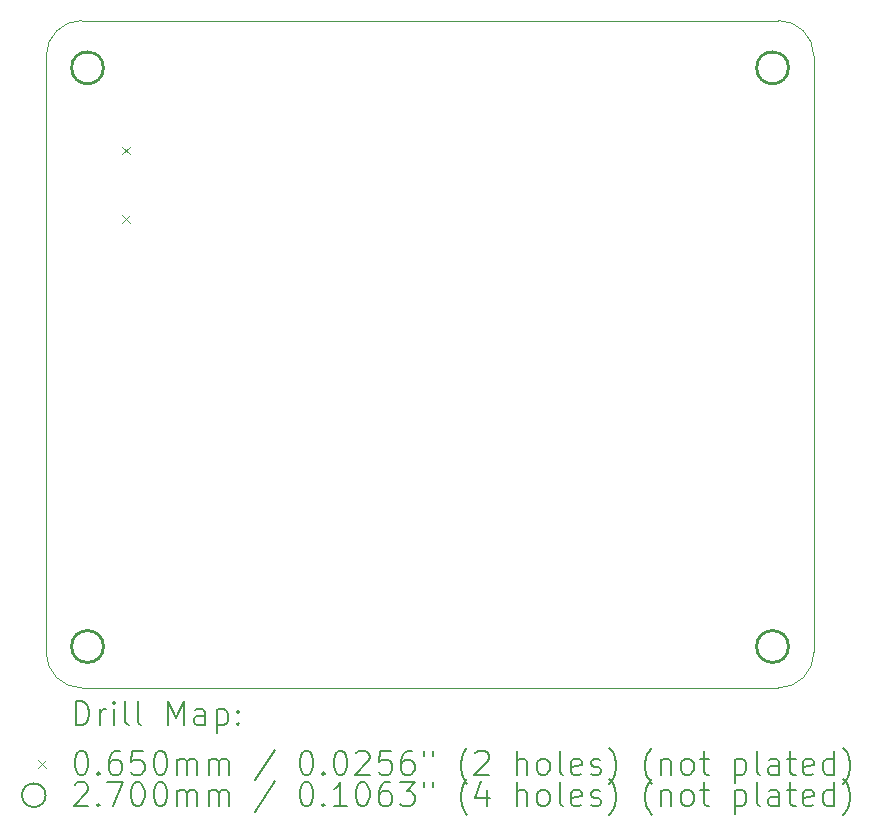
<source format=gbr>
%FSLAX45Y45*%
G04 Gerber Fmt 4.5, Leading zero omitted, Abs format (unit mm)*
G04 Created by KiCad (PCBNEW (6.0.6)) date 2022-09-28 22:45:17*
%MOMM*%
%LPD*%
G01*
G04 APERTURE LIST*
%TA.AperFunction,Profile*%
%ADD10C,0.100000*%
%TD*%
%ADD11C,0.200000*%
%ADD12C,0.065000*%
%ADD13C,0.270000*%
G04 APERTURE END LIST*
D10*
X16200000Y-4350000D02*
X10300000Y-4350000D01*
X10000000Y-9700000D02*
G75*
G03*
X10300000Y-10000000I300000J0D01*
G01*
X16500000Y-9700000D02*
X16500000Y-4650000D01*
X10300000Y-4350000D02*
G75*
G03*
X10000000Y-4650000I0J-300000D01*
G01*
X10000000Y-4650000D02*
X10000000Y-9700000D01*
X16200000Y-10000000D02*
G75*
G03*
X16500000Y-9700000I0J300000D01*
G01*
X16500000Y-4650000D02*
G75*
G03*
X16200000Y-4350000I-300000J0D01*
G01*
X10300000Y-10000000D02*
X16200000Y-10000000D01*
D11*
D12*
X10641500Y-5418900D02*
X10706500Y-5483900D01*
X10706500Y-5418900D02*
X10641500Y-5483900D01*
X10641500Y-5996900D02*
X10706500Y-6061900D01*
X10706500Y-5996900D02*
X10641500Y-6061900D01*
D13*
X10485000Y-4750000D02*
G75*
G03*
X10485000Y-4750000I-135000J0D01*
G01*
X10485000Y-9650000D02*
G75*
G03*
X10485000Y-9650000I-135000J0D01*
G01*
X16285000Y-4750000D02*
G75*
G03*
X16285000Y-4750000I-135000J0D01*
G01*
X16285000Y-9650000D02*
G75*
G03*
X16285000Y-9650000I-135000J0D01*
G01*
D11*
X10252619Y-10315476D02*
X10252619Y-10115476D01*
X10300238Y-10115476D01*
X10328810Y-10125000D01*
X10347857Y-10144048D01*
X10357381Y-10163095D01*
X10366905Y-10201190D01*
X10366905Y-10229762D01*
X10357381Y-10267857D01*
X10347857Y-10286905D01*
X10328810Y-10305952D01*
X10300238Y-10315476D01*
X10252619Y-10315476D01*
X10452619Y-10315476D02*
X10452619Y-10182143D01*
X10452619Y-10220238D02*
X10462143Y-10201190D01*
X10471667Y-10191667D01*
X10490714Y-10182143D01*
X10509762Y-10182143D01*
X10576429Y-10315476D02*
X10576429Y-10182143D01*
X10576429Y-10115476D02*
X10566905Y-10125000D01*
X10576429Y-10134524D01*
X10585952Y-10125000D01*
X10576429Y-10115476D01*
X10576429Y-10134524D01*
X10700238Y-10315476D02*
X10681190Y-10305952D01*
X10671667Y-10286905D01*
X10671667Y-10115476D01*
X10805000Y-10315476D02*
X10785952Y-10305952D01*
X10776429Y-10286905D01*
X10776429Y-10115476D01*
X11033571Y-10315476D02*
X11033571Y-10115476D01*
X11100238Y-10258333D01*
X11166905Y-10115476D01*
X11166905Y-10315476D01*
X11347857Y-10315476D02*
X11347857Y-10210714D01*
X11338333Y-10191667D01*
X11319286Y-10182143D01*
X11281190Y-10182143D01*
X11262143Y-10191667D01*
X11347857Y-10305952D02*
X11328809Y-10315476D01*
X11281190Y-10315476D01*
X11262143Y-10305952D01*
X11252619Y-10286905D01*
X11252619Y-10267857D01*
X11262143Y-10248810D01*
X11281190Y-10239286D01*
X11328809Y-10239286D01*
X11347857Y-10229762D01*
X11443095Y-10182143D02*
X11443095Y-10382143D01*
X11443095Y-10191667D02*
X11462143Y-10182143D01*
X11500238Y-10182143D01*
X11519286Y-10191667D01*
X11528809Y-10201190D01*
X11538333Y-10220238D01*
X11538333Y-10277381D01*
X11528809Y-10296429D01*
X11519286Y-10305952D01*
X11500238Y-10315476D01*
X11462143Y-10315476D01*
X11443095Y-10305952D01*
X11624048Y-10296429D02*
X11633571Y-10305952D01*
X11624048Y-10315476D01*
X11614524Y-10305952D01*
X11624048Y-10296429D01*
X11624048Y-10315476D01*
X11624048Y-10191667D02*
X11633571Y-10201190D01*
X11624048Y-10210714D01*
X11614524Y-10201190D01*
X11624048Y-10191667D01*
X11624048Y-10210714D01*
D12*
X9930000Y-10612500D02*
X9995000Y-10677500D01*
X9995000Y-10612500D02*
X9930000Y-10677500D01*
D11*
X10290714Y-10535476D02*
X10309762Y-10535476D01*
X10328810Y-10545000D01*
X10338333Y-10554524D01*
X10347857Y-10573571D01*
X10357381Y-10611667D01*
X10357381Y-10659286D01*
X10347857Y-10697381D01*
X10338333Y-10716429D01*
X10328810Y-10725952D01*
X10309762Y-10735476D01*
X10290714Y-10735476D01*
X10271667Y-10725952D01*
X10262143Y-10716429D01*
X10252619Y-10697381D01*
X10243095Y-10659286D01*
X10243095Y-10611667D01*
X10252619Y-10573571D01*
X10262143Y-10554524D01*
X10271667Y-10545000D01*
X10290714Y-10535476D01*
X10443095Y-10716429D02*
X10452619Y-10725952D01*
X10443095Y-10735476D01*
X10433571Y-10725952D01*
X10443095Y-10716429D01*
X10443095Y-10735476D01*
X10624048Y-10535476D02*
X10585952Y-10535476D01*
X10566905Y-10545000D01*
X10557381Y-10554524D01*
X10538333Y-10583095D01*
X10528810Y-10621190D01*
X10528810Y-10697381D01*
X10538333Y-10716429D01*
X10547857Y-10725952D01*
X10566905Y-10735476D01*
X10605000Y-10735476D01*
X10624048Y-10725952D01*
X10633571Y-10716429D01*
X10643095Y-10697381D01*
X10643095Y-10649762D01*
X10633571Y-10630714D01*
X10624048Y-10621190D01*
X10605000Y-10611667D01*
X10566905Y-10611667D01*
X10547857Y-10621190D01*
X10538333Y-10630714D01*
X10528810Y-10649762D01*
X10824048Y-10535476D02*
X10728810Y-10535476D01*
X10719286Y-10630714D01*
X10728810Y-10621190D01*
X10747857Y-10611667D01*
X10795476Y-10611667D01*
X10814524Y-10621190D01*
X10824048Y-10630714D01*
X10833571Y-10649762D01*
X10833571Y-10697381D01*
X10824048Y-10716429D01*
X10814524Y-10725952D01*
X10795476Y-10735476D01*
X10747857Y-10735476D01*
X10728810Y-10725952D01*
X10719286Y-10716429D01*
X10957381Y-10535476D02*
X10976429Y-10535476D01*
X10995476Y-10545000D01*
X11005000Y-10554524D01*
X11014524Y-10573571D01*
X11024048Y-10611667D01*
X11024048Y-10659286D01*
X11014524Y-10697381D01*
X11005000Y-10716429D01*
X10995476Y-10725952D01*
X10976429Y-10735476D01*
X10957381Y-10735476D01*
X10938333Y-10725952D01*
X10928810Y-10716429D01*
X10919286Y-10697381D01*
X10909762Y-10659286D01*
X10909762Y-10611667D01*
X10919286Y-10573571D01*
X10928810Y-10554524D01*
X10938333Y-10545000D01*
X10957381Y-10535476D01*
X11109762Y-10735476D02*
X11109762Y-10602143D01*
X11109762Y-10621190D02*
X11119286Y-10611667D01*
X11138333Y-10602143D01*
X11166905Y-10602143D01*
X11185952Y-10611667D01*
X11195476Y-10630714D01*
X11195476Y-10735476D01*
X11195476Y-10630714D02*
X11205000Y-10611667D01*
X11224048Y-10602143D01*
X11252619Y-10602143D01*
X11271667Y-10611667D01*
X11281190Y-10630714D01*
X11281190Y-10735476D01*
X11376428Y-10735476D02*
X11376428Y-10602143D01*
X11376428Y-10621190D02*
X11385952Y-10611667D01*
X11405000Y-10602143D01*
X11433571Y-10602143D01*
X11452619Y-10611667D01*
X11462143Y-10630714D01*
X11462143Y-10735476D01*
X11462143Y-10630714D02*
X11471667Y-10611667D01*
X11490714Y-10602143D01*
X11519286Y-10602143D01*
X11538333Y-10611667D01*
X11547857Y-10630714D01*
X11547857Y-10735476D01*
X11938333Y-10525952D02*
X11766905Y-10783095D01*
X12195476Y-10535476D02*
X12214524Y-10535476D01*
X12233571Y-10545000D01*
X12243095Y-10554524D01*
X12252619Y-10573571D01*
X12262143Y-10611667D01*
X12262143Y-10659286D01*
X12252619Y-10697381D01*
X12243095Y-10716429D01*
X12233571Y-10725952D01*
X12214524Y-10735476D01*
X12195476Y-10735476D01*
X12176428Y-10725952D01*
X12166905Y-10716429D01*
X12157381Y-10697381D01*
X12147857Y-10659286D01*
X12147857Y-10611667D01*
X12157381Y-10573571D01*
X12166905Y-10554524D01*
X12176428Y-10545000D01*
X12195476Y-10535476D01*
X12347857Y-10716429D02*
X12357381Y-10725952D01*
X12347857Y-10735476D01*
X12338333Y-10725952D01*
X12347857Y-10716429D01*
X12347857Y-10735476D01*
X12481190Y-10535476D02*
X12500238Y-10535476D01*
X12519286Y-10545000D01*
X12528809Y-10554524D01*
X12538333Y-10573571D01*
X12547857Y-10611667D01*
X12547857Y-10659286D01*
X12538333Y-10697381D01*
X12528809Y-10716429D01*
X12519286Y-10725952D01*
X12500238Y-10735476D01*
X12481190Y-10735476D01*
X12462143Y-10725952D01*
X12452619Y-10716429D01*
X12443095Y-10697381D01*
X12433571Y-10659286D01*
X12433571Y-10611667D01*
X12443095Y-10573571D01*
X12452619Y-10554524D01*
X12462143Y-10545000D01*
X12481190Y-10535476D01*
X12624048Y-10554524D02*
X12633571Y-10545000D01*
X12652619Y-10535476D01*
X12700238Y-10535476D01*
X12719286Y-10545000D01*
X12728809Y-10554524D01*
X12738333Y-10573571D01*
X12738333Y-10592619D01*
X12728809Y-10621190D01*
X12614524Y-10735476D01*
X12738333Y-10735476D01*
X12919286Y-10535476D02*
X12824048Y-10535476D01*
X12814524Y-10630714D01*
X12824048Y-10621190D01*
X12843095Y-10611667D01*
X12890714Y-10611667D01*
X12909762Y-10621190D01*
X12919286Y-10630714D01*
X12928809Y-10649762D01*
X12928809Y-10697381D01*
X12919286Y-10716429D01*
X12909762Y-10725952D01*
X12890714Y-10735476D01*
X12843095Y-10735476D01*
X12824048Y-10725952D01*
X12814524Y-10716429D01*
X13100238Y-10535476D02*
X13062143Y-10535476D01*
X13043095Y-10545000D01*
X13033571Y-10554524D01*
X13014524Y-10583095D01*
X13005000Y-10621190D01*
X13005000Y-10697381D01*
X13014524Y-10716429D01*
X13024048Y-10725952D01*
X13043095Y-10735476D01*
X13081190Y-10735476D01*
X13100238Y-10725952D01*
X13109762Y-10716429D01*
X13119286Y-10697381D01*
X13119286Y-10649762D01*
X13109762Y-10630714D01*
X13100238Y-10621190D01*
X13081190Y-10611667D01*
X13043095Y-10611667D01*
X13024048Y-10621190D01*
X13014524Y-10630714D01*
X13005000Y-10649762D01*
X13195476Y-10535476D02*
X13195476Y-10573571D01*
X13271667Y-10535476D02*
X13271667Y-10573571D01*
X13566905Y-10811667D02*
X13557381Y-10802143D01*
X13538333Y-10773571D01*
X13528809Y-10754524D01*
X13519286Y-10725952D01*
X13509762Y-10678333D01*
X13509762Y-10640238D01*
X13519286Y-10592619D01*
X13528809Y-10564048D01*
X13538333Y-10545000D01*
X13557381Y-10516429D01*
X13566905Y-10506905D01*
X13633571Y-10554524D02*
X13643095Y-10545000D01*
X13662143Y-10535476D01*
X13709762Y-10535476D01*
X13728809Y-10545000D01*
X13738333Y-10554524D01*
X13747857Y-10573571D01*
X13747857Y-10592619D01*
X13738333Y-10621190D01*
X13624048Y-10735476D01*
X13747857Y-10735476D01*
X13985952Y-10735476D02*
X13985952Y-10535476D01*
X14071667Y-10735476D02*
X14071667Y-10630714D01*
X14062143Y-10611667D01*
X14043095Y-10602143D01*
X14014524Y-10602143D01*
X13995476Y-10611667D01*
X13985952Y-10621190D01*
X14195476Y-10735476D02*
X14176428Y-10725952D01*
X14166905Y-10716429D01*
X14157381Y-10697381D01*
X14157381Y-10640238D01*
X14166905Y-10621190D01*
X14176428Y-10611667D01*
X14195476Y-10602143D01*
X14224048Y-10602143D01*
X14243095Y-10611667D01*
X14252619Y-10621190D01*
X14262143Y-10640238D01*
X14262143Y-10697381D01*
X14252619Y-10716429D01*
X14243095Y-10725952D01*
X14224048Y-10735476D01*
X14195476Y-10735476D01*
X14376428Y-10735476D02*
X14357381Y-10725952D01*
X14347857Y-10706905D01*
X14347857Y-10535476D01*
X14528809Y-10725952D02*
X14509762Y-10735476D01*
X14471667Y-10735476D01*
X14452619Y-10725952D01*
X14443095Y-10706905D01*
X14443095Y-10630714D01*
X14452619Y-10611667D01*
X14471667Y-10602143D01*
X14509762Y-10602143D01*
X14528809Y-10611667D01*
X14538333Y-10630714D01*
X14538333Y-10649762D01*
X14443095Y-10668810D01*
X14614524Y-10725952D02*
X14633571Y-10735476D01*
X14671667Y-10735476D01*
X14690714Y-10725952D01*
X14700238Y-10706905D01*
X14700238Y-10697381D01*
X14690714Y-10678333D01*
X14671667Y-10668810D01*
X14643095Y-10668810D01*
X14624048Y-10659286D01*
X14614524Y-10640238D01*
X14614524Y-10630714D01*
X14624048Y-10611667D01*
X14643095Y-10602143D01*
X14671667Y-10602143D01*
X14690714Y-10611667D01*
X14766905Y-10811667D02*
X14776428Y-10802143D01*
X14795476Y-10773571D01*
X14805000Y-10754524D01*
X14814524Y-10725952D01*
X14824048Y-10678333D01*
X14824048Y-10640238D01*
X14814524Y-10592619D01*
X14805000Y-10564048D01*
X14795476Y-10545000D01*
X14776428Y-10516429D01*
X14766905Y-10506905D01*
X15128809Y-10811667D02*
X15119286Y-10802143D01*
X15100238Y-10773571D01*
X15090714Y-10754524D01*
X15081190Y-10725952D01*
X15071667Y-10678333D01*
X15071667Y-10640238D01*
X15081190Y-10592619D01*
X15090714Y-10564048D01*
X15100238Y-10545000D01*
X15119286Y-10516429D01*
X15128809Y-10506905D01*
X15205000Y-10602143D02*
X15205000Y-10735476D01*
X15205000Y-10621190D02*
X15214524Y-10611667D01*
X15233571Y-10602143D01*
X15262143Y-10602143D01*
X15281190Y-10611667D01*
X15290714Y-10630714D01*
X15290714Y-10735476D01*
X15414524Y-10735476D02*
X15395476Y-10725952D01*
X15385952Y-10716429D01*
X15376428Y-10697381D01*
X15376428Y-10640238D01*
X15385952Y-10621190D01*
X15395476Y-10611667D01*
X15414524Y-10602143D01*
X15443095Y-10602143D01*
X15462143Y-10611667D01*
X15471667Y-10621190D01*
X15481190Y-10640238D01*
X15481190Y-10697381D01*
X15471667Y-10716429D01*
X15462143Y-10725952D01*
X15443095Y-10735476D01*
X15414524Y-10735476D01*
X15538333Y-10602143D02*
X15614524Y-10602143D01*
X15566905Y-10535476D02*
X15566905Y-10706905D01*
X15576428Y-10725952D01*
X15595476Y-10735476D01*
X15614524Y-10735476D01*
X15833571Y-10602143D02*
X15833571Y-10802143D01*
X15833571Y-10611667D02*
X15852619Y-10602143D01*
X15890714Y-10602143D01*
X15909762Y-10611667D01*
X15919286Y-10621190D01*
X15928809Y-10640238D01*
X15928809Y-10697381D01*
X15919286Y-10716429D01*
X15909762Y-10725952D01*
X15890714Y-10735476D01*
X15852619Y-10735476D01*
X15833571Y-10725952D01*
X16043095Y-10735476D02*
X16024048Y-10725952D01*
X16014524Y-10706905D01*
X16014524Y-10535476D01*
X16205000Y-10735476D02*
X16205000Y-10630714D01*
X16195476Y-10611667D01*
X16176428Y-10602143D01*
X16138333Y-10602143D01*
X16119286Y-10611667D01*
X16205000Y-10725952D02*
X16185952Y-10735476D01*
X16138333Y-10735476D01*
X16119286Y-10725952D01*
X16109762Y-10706905D01*
X16109762Y-10687857D01*
X16119286Y-10668810D01*
X16138333Y-10659286D01*
X16185952Y-10659286D01*
X16205000Y-10649762D01*
X16271667Y-10602143D02*
X16347857Y-10602143D01*
X16300238Y-10535476D02*
X16300238Y-10706905D01*
X16309762Y-10725952D01*
X16328809Y-10735476D01*
X16347857Y-10735476D01*
X16490714Y-10725952D02*
X16471667Y-10735476D01*
X16433571Y-10735476D01*
X16414524Y-10725952D01*
X16405000Y-10706905D01*
X16405000Y-10630714D01*
X16414524Y-10611667D01*
X16433571Y-10602143D01*
X16471667Y-10602143D01*
X16490714Y-10611667D01*
X16500238Y-10630714D01*
X16500238Y-10649762D01*
X16405000Y-10668810D01*
X16671667Y-10735476D02*
X16671667Y-10535476D01*
X16671667Y-10725952D02*
X16652619Y-10735476D01*
X16614524Y-10735476D01*
X16595476Y-10725952D01*
X16585952Y-10716429D01*
X16576428Y-10697381D01*
X16576428Y-10640238D01*
X16585952Y-10621190D01*
X16595476Y-10611667D01*
X16614524Y-10602143D01*
X16652619Y-10602143D01*
X16671667Y-10611667D01*
X16747857Y-10811667D02*
X16757381Y-10802143D01*
X16776428Y-10773571D01*
X16785952Y-10754524D01*
X16795476Y-10725952D01*
X16805000Y-10678333D01*
X16805000Y-10640238D01*
X16795476Y-10592619D01*
X16785952Y-10564048D01*
X16776428Y-10545000D01*
X16757381Y-10516429D01*
X16747857Y-10506905D01*
X9995000Y-10909000D02*
G75*
G03*
X9995000Y-10909000I-100000J0D01*
G01*
X10243095Y-10818524D02*
X10252619Y-10809000D01*
X10271667Y-10799476D01*
X10319286Y-10799476D01*
X10338333Y-10809000D01*
X10347857Y-10818524D01*
X10357381Y-10837571D01*
X10357381Y-10856619D01*
X10347857Y-10885190D01*
X10233571Y-10999476D01*
X10357381Y-10999476D01*
X10443095Y-10980429D02*
X10452619Y-10989952D01*
X10443095Y-10999476D01*
X10433571Y-10989952D01*
X10443095Y-10980429D01*
X10443095Y-10999476D01*
X10519286Y-10799476D02*
X10652619Y-10799476D01*
X10566905Y-10999476D01*
X10766905Y-10799476D02*
X10785952Y-10799476D01*
X10805000Y-10809000D01*
X10814524Y-10818524D01*
X10824048Y-10837571D01*
X10833571Y-10875667D01*
X10833571Y-10923286D01*
X10824048Y-10961381D01*
X10814524Y-10980429D01*
X10805000Y-10989952D01*
X10785952Y-10999476D01*
X10766905Y-10999476D01*
X10747857Y-10989952D01*
X10738333Y-10980429D01*
X10728810Y-10961381D01*
X10719286Y-10923286D01*
X10719286Y-10875667D01*
X10728810Y-10837571D01*
X10738333Y-10818524D01*
X10747857Y-10809000D01*
X10766905Y-10799476D01*
X10957381Y-10799476D02*
X10976429Y-10799476D01*
X10995476Y-10809000D01*
X11005000Y-10818524D01*
X11014524Y-10837571D01*
X11024048Y-10875667D01*
X11024048Y-10923286D01*
X11014524Y-10961381D01*
X11005000Y-10980429D01*
X10995476Y-10989952D01*
X10976429Y-10999476D01*
X10957381Y-10999476D01*
X10938333Y-10989952D01*
X10928810Y-10980429D01*
X10919286Y-10961381D01*
X10909762Y-10923286D01*
X10909762Y-10875667D01*
X10919286Y-10837571D01*
X10928810Y-10818524D01*
X10938333Y-10809000D01*
X10957381Y-10799476D01*
X11109762Y-10999476D02*
X11109762Y-10866143D01*
X11109762Y-10885190D02*
X11119286Y-10875667D01*
X11138333Y-10866143D01*
X11166905Y-10866143D01*
X11185952Y-10875667D01*
X11195476Y-10894714D01*
X11195476Y-10999476D01*
X11195476Y-10894714D02*
X11205000Y-10875667D01*
X11224048Y-10866143D01*
X11252619Y-10866143D01*
X11271667Y-10875667D01*
X11281190Y-10894714D01*
X11281190Y-10999476D01*
X11376428Y-10999476D02*
X11376428Y-10866143D01*
X11376428Y-10885190D02*
X11385952Y-10875667D01*
X11405000Y-10866143D01*
X11433571Y-10866143D01*
X11452619Y-10875667D01*
X11462143Y-10894714D01*
X11462143Y-10999476D01*
X11462143Y-10894714D02*
X11471667Y-10875667D01*
X11490714Y-10866143D01*
X11519286Y-10866143D01*
X11538333Y-10875667D01*
X11547857Y-10894714D01*
X11547857Y-10999476D01*
X11938333Y-10789952D02*
X11766905Y-11047095D01*
X12195476Y-10799476D02*
X12214524Y-10799476D01*
X12233571Y-10809000D01*
X12243095Y-10818524D01*
X12252619Y-10837571D01*
X12262143Y-10875667D01*
X12262143Y-10923286D01*
X12252619Y-10961381D01*
X12243095Y-10980429D01*
X12233571Y-10989952D01*
X12214524Y-10999476D01*
X12195476Y-10999476D01*
X12176428Y-10989952D01*
X12166905Y-10980429D01*
X12157381Y-10961381D01*
X12147857Y-10923286D01*
X12147857Y-10875667D01*
X12157381Y-10837571D01*
X12166905Y-10818524D01*
X12176428Y-10809000D01*
X12195476Y-10799476D01*
X12347857Y-10980429D02*
X12357381Y-10989952D01*
X12347857Y-10999476D01*
X12338333Y-10989952D01*
X12347857Y-10980429D01*
X12347857Y-10999476D01*
X12547857Y-10999476D02*
X12433571Y-10999476D01*
X12490714Y-10999476D02*
X12490714Y-10799476D01*
X12471667Y-10828048D01*
X12452619Y-10847095D01*
X12433571Y-10856619D01*
X12671667Y-10799476D02*
X12690714Y-10799476D01*
X12709762Y-10809000D01*
X12719286Y-10818524D01*
X12728809Y-10837571D01*
X12738333Y-10875667D01*
X12738333Y-10923286D01*
X12728809Y-10961381D01*
X12719286Y-10980429D01*
X12709762Y-10989952D01*
X12690714Y-10999476D01*
X12671667Y-10999476D01*
X12652619Y-10989952D01*
X12643095Y-10980429D01*
X12633571Y-10961381D01*
X12624048Y-10923286D01*
X12624048Y-10875667D01*
X12633571Y-10837571D01*
X12643095Y-10818524D01*
X12652619Y-10809000D01*
X12671667Y-10799476D01*
X12909762Y-10799476D02*
X12871667Y-10799476D01*
X12852619Y-10809000D01*
X12843095Y-10818524D01*
X12824048Y-10847095D01*
X12814524Y-10885190D01*
X12814524Y-10961381D01*
X12824048Y-10980429D01*
X12833571Y-10989952D01*
X12852619Y-10999476D01*
X12890714Y-10999476D01*
X12909762Y-10989952D01*
X12919286Y-10980429D01*
X12928809Y-10961381D01*
X12928809Y-10913762D01*
X12919286Y-10894714D01*
X12909762Y-10885190D01*
X12890714Y-10875667D01*
X12852619Y-10875667D01*
X12833571Y-10885190D01*
X12824048Y-10894714D01*
X12814524Y-10913762D01*
X12995476Y-10799476D02*
X13119286Y-10799476D01*
X13052619Y-10875667D01*
X13081190Y-10875667D01*
X13100238Y-10885190D01*
X13109762Y-10894714D01*
X13119286Y-10913762D01*
X13119286Y-10961381D01*
X13109762Y-10980429D01*
X13100238Y-10989952D01*
X13081190Y-10999476D01*
X13024048Y-10999476D01*
X13005000Y-10989952D01*
X12995476Y-10980429D01*
X13195476Y-10799476D02*
X13195476Y-10837571D01*
X13271667Y-10799476D02*
X13271667Y-10837571D01*
X13566905Y-11075667D02*
X13557381Y-11066143D01*
X13538333Y-11037571D01*
X13528809Y-11018524D01*
X13519286Y-10989952D01*
X13509762Y-10942333D01*
X13509762Y-10904238D01*
X13519286Y-10856619D01*
X13528809Y-10828048D01*
X13538333Y-10809000D01*
X13557381Y-10780429D01*
X13566905Y-10770905D01*
X13728809Y-10866143D02*
X13728809Y-10999476D01*
X13681190Y-10789952D02*
X13633571Y-10932810D01*
X13757381Y-10932810D01*
X13985952Y-10999476D02*
X13985952Y-10799476D01*
X14071667Y-10999476D02*
X14071667Y-10894714D01*
X14062143Y-10875667D01*
X14043095Y-10866143D01*
X14014524Y-10866143D01*
X13995476Y-10875667D01*
X13985952Y-10885190D01*
X14195476Y-10999476D02*
X14176428Y-10989952D01*
X14166905Y-10980429D01*
X14157381Y-10961381D01*
X14157381Y-10904238D01*
X14166905Y-10885190D01*
X14176428Y-10875667D01*
X14195476Y-10866143D01*
X14224048Y-10866143D01*
X14243095Y-10875667D01*
X14252619Y-10885190D01*
X14262143Y-10904238D01*
X14262143Y-10961381D01*
X14252619Y-10980429D01*
X14243095Y-10989952D01*
X14224048Y-10999476D01*
X14195476Y-10999476D01*
X14376428Y-10999476D02*
X14357381Y-10989952D01*
X14347857Y-10970905D01*
X14347857Y-10799476D01*
X14528809Y-10989952D02*
X14509762Y-10999476D01*
X14471667Y-10999476D01*
X14452619Y-10989952D01*
X14443095Y-10970905D01*
X14443095Y-10894714D01*
X14452619Y-10875667D01*
X14471667Y-10866143D01*
X14509762Y-10866143D01*
X14528809Y-10875667D01*
X14538333Y-10894714D01*
X14538333Y-10913762D01*
X14443095Y-10932810D01*
X14614524Y-10989952D02*
X14633571Y-10999476D01*
X14671667Y-10999476D01*
X14690714Y-10989952D01*
X14700238Y-10970905D01*
X14700238Y-10961381D01*
X14690714Y-10942333D01*
X14671667Y-10932810D01*
X14643095Y-10932810D01*
X14624048Y-10923286D01*
X14614524Y-10904238D01*
X14614524Y-10894714D01*
X14624048Y-10875667D01*
X14643095Y-10866143D01*
X14671667Y-10866143D01*
X14690714Y-10875667D01*
X14766905Y-11075667D02*
X14776428Y-11066143D01*
X14795476Y-11037571D01*
X14805000Y-11018524D01*
X14814524Y-10989952D01*
X14824048Y-10942333D01*
X14824048Y-10904238D01*
X14814524Y-10856619D01*
X14805000Y-10828048D01*
X14795476Y-10809000D01*
X14776428Y-10780429D01*
X14766905Y-10770905D01*
X15128809Y-11075667D02*
X15119286Y-11066143D01*
X15100238Y-11037571D01*
X15090714Y-11018524D01*
X15081190Y-10989952D01*
X15071667Y-10942333D01*
X15071667Y-10904238D01*
X15081190Y-10856619D01*
X15090714Y-10828048D01*
X15100238Y-10809000D01*
X15119286Y-10780429D01*
X15128809Y-10770905D01*
X15205000Y-10866143D02*
X15205000Y-10999476D01*
X15205000Y-10885190D02*
X15214524Y-10875667D01*
X15233571Y-10866143D01*
X15262143Y-10866143D01*
X15281190Y-10875667D01*
X15290714Y-10894714D01*
X15290714Y-10999476D01*
X15414524Y-10999476D02*
X15395476Y-10989952D01*
X15385952Y-10980429D01*
X15376428Y-10961381D01*
X15376428Y-10904238D01*
X15385952Y-10885190D01*
X15395476Y-10875667D01*
X15414524Y-10866143D01*
X15443095Y-10866143D01*
X15462143Y-10875667D01*
X15471667Y-10885190D01*
X15481190Y-10904238D01*
X15481190Y-10961381D01*
X15471667Y-10980429D01*
X15462143Y-10989952D01*
X15443095Y-10999476D01*
X15414524Y-10999476D01*
X15538333Y-10866143D02*
X15614524Y-10866143D01*
X15566905Y-10799476D02*
X15566905Y-10970905D01*
X15576428Y-10989952D01*
X15595476Y-10999476D01*
X15614524Y-10999476D01*
X15833571Y-10866143D02*
X15833571Y-11066143D01*
X15833571Y-10875667D02*
X15852619Y-10866143D01*
X15890714Y-10866143D01*
X15909762Y-10875667D01*
X15919286Y-10885190D01*
X15928809Y-10904238D01*
X15928809Y-10961381D01*
X15919286Y-10980429D01*
X15909762Y-10989952D01*
X15890714Y-10999476D01*
X15852619Y-10999476D01*
X15833571Y-10989952D01*
X16043095Y-10999476D02*
X16024048Y-10989952D01*
X16014524Y-10970905D01*
X16014524Y-10799476D01*
X16205000Y-10999476D02*
X16205000Y-10894714D01*
X16195476Y-10875667D01*
X16176428Y-10866143D01*
X16138333Y-10866143D01*
X16119286Y-10875667D01*
X16205000Y-10989952D02*
X16185952Y-10999476D01*
X16138333Y-10999476D01*
X16119286Y-10989952D01*
X16109762Y-10970905D01*
X16109762Y-10951857D01*
X16119286Y-10932810D01*
X16138333Y-10923286D01*
X16185952Y-10923286D01*
X16205000Y-10913762D01*
X16271667Y-10866143D02*
X16347857Y-10866143D01*
X16300238Y-10799476D02*
X16300238Y-10970905D01*
X16309762Y-10989952D01*
X16328809Y-10999476D01*
X16347857Y-10999476D01*
X16490714Y-10989952D02*
X16471667Y-10999476D01*
X16433571Y-10999476D01*
X16414524Y-10989952D01*
X16405000Y-10970905D01*
X16405000Y-10894714D01*
X16414524Y-10875667D01*
X16433571Y-10866143D01*
X16471667Y-10866143D01*
X16490714Y-10875667D01*
X16500238Y-10894714D01*
X16500238Y-10913762D01*
X16405000Y-10932810D01*
X16671667Y-10999476D02*
X16671667Y-10799476D01*
X16671667Y-10989952D02*
X16652619Y-10999476D01*
X16614524Y-10999476D01*
X16595476Y-10989952D01*
X16585952Y-10980429D01*
X16576428Y-10961381D01*
X16576428Y-10904238D01*
X16585952Y-10885190D01*
X16595476Y-10875667D01*
X16614524Y-10866143D01*
X16652619Y-10866143D01*
X16671667Y-10875667D01*
X16747857Y-11075667D02*
X16757381Y-11066143D01*
X16776428Y-11037571D01*
X16785952Y-11018524D01*
X16795476Y-10989952D01*
X16805000Y-10942333D01*
X16805000Y-10904238D01*
X16795476Y-10856619D01*
X16785952Y-10828048D01*
X16776428Y-10809000D01*
X16757381Y-10780429D01*
X16747857Y-10770905D01*
M02*

</source>
